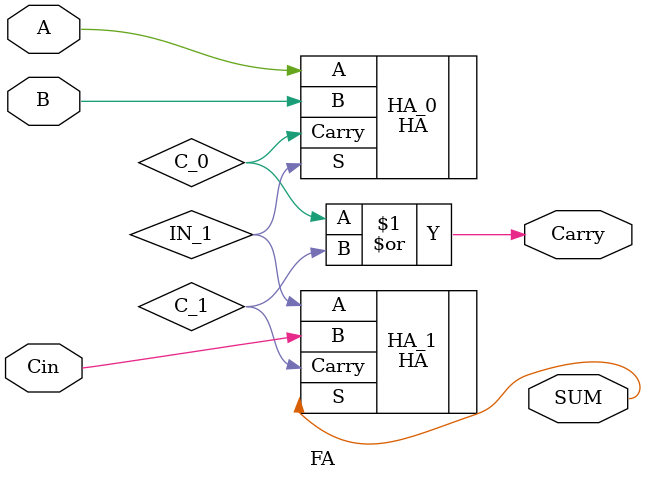
<source format=v>
module FA(
    input  wire A,
    input  wire B,
    input  wire Cin,
    output wire SUM,
    output wire Carry
);

wire IN_1,C_0,C_1;

HA HA_0(
    .A(A),
    .B(B),
    .S(IN_1),
    .Carry(C_0)
);

HA HA_1(
    .A(IN_1),
    .B(Cin),
    .S(SUM),
    .Carry(C_1)
);

assign Carry = C_0 | C_1;

endmodule

</source>
